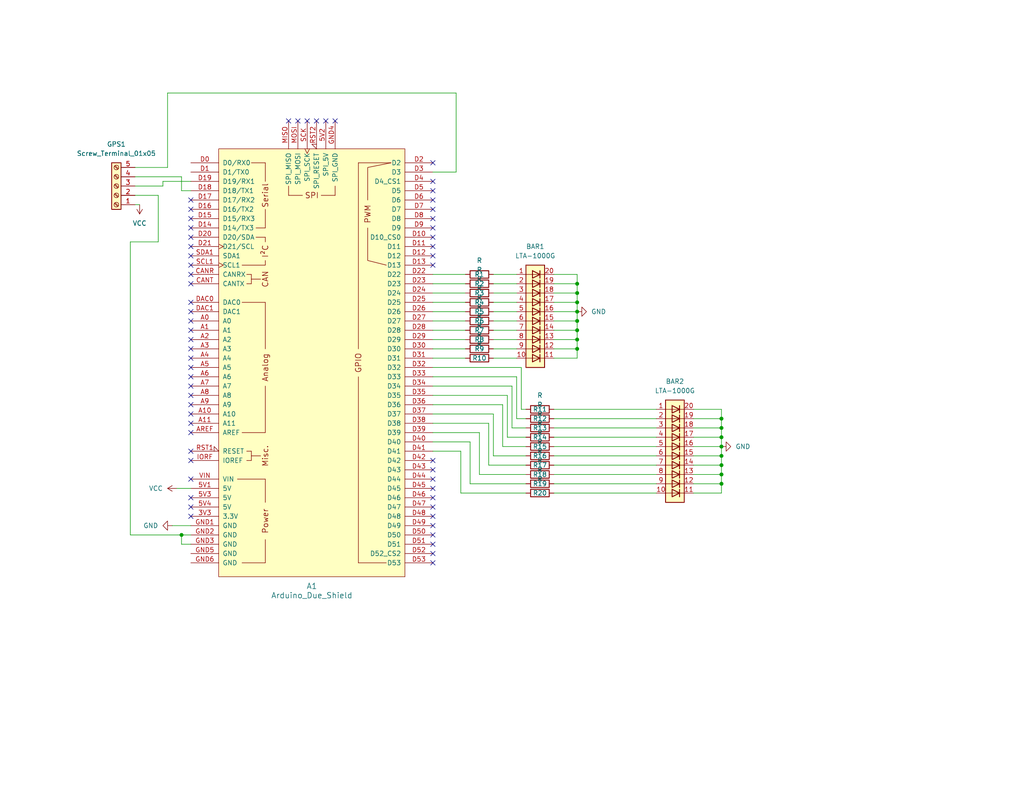
<source format=kicad_sch>
(kicad_sch (version 20230121) (generator eeschema)
  (paper "USLetter")
  (title_block (date "2024-01-15") (rev "1.1.0"))
  (lib_symbols
    (symbol "Connector:Screw_Terminal_01x05" (pin_names (offset 1.016) hide)
      (property "Reference" "J" (at 0 7.62 0))
      (property "Value" "Screw_Terminal_01x05" (at 0 -7.62 0))
      (symbol "Screw_Terminal_01x05_1_1"
        (rectangle (start -1.27 6.35) (end 1.27 -6.35) (stroke (width 0.254)) (fill (type background)))
        (circle (center 0 -5.08) (radius 0.635) (stroke (width 0.1524)))
        (circle (center 0 -2.54) (radius 0.635) (stroke (width 0.1524)))
        (polyline (pts (xy -0.5334 -4.7498) (xy 0.3302 -5.588)) (stroke (width 0.1524)))
        (polyline (pts (xy -0.5334 -2.2098) (xy 0.3302 -3.048)) (stroke (width 0.1524)))
        (polyline (pts (xy -0.5334 0.3302) (xy 0.3302 -0.508)) (stroke (width 0.1524)))
        (polyline (pts (xy -0.5334 2.8702) (xy 0.3302 2.032)) (stroke (width 0.1524)))
        (polyline (pts (xy -0.5334 5.4102) (xy 0.3302 4.572)) (stroke (width 0.1524)))
        (polyline (pts (xy -0.3556 -4.572) (xy 0.508 -5.4102)) (stroke (width 0.1524)))
        (polyline (pts (xy -0.3556 -2.032) (xy 0.508 -2.8702)) (stroke (width 0.1524)))
        (polyline (pts (xy -0.3556 0.508) (xy 0.508 -0.3302)) (stroke (width 0.1524)))
        (polyline (pts (xy -0.3556 3.048) (xy 0.508 2.2098)) (stroke (width 0.1524)))
        (polyline (pts (xy -0.3556 5.588) (xy 0.508 4.7498)) (stroke (width 0.1524)))
        (circle (center 0 0) (radius 0.635) (stroke (width 0.1524)))
        (circle (center 0 2.54) (radius 0.635) (stroke (width 0.1524)))
        (circle (center 0 5.08) (radius 0.635) (stroke (width 0.1524)))
        (pin passive line (at -5.08 5.08 0) (length 3.81) (name "Pin_1") (number "1"))
        (pin passive line (at -5.08 2.54 0) (length 3.81) (name "Pin_2") (number "2"))
        (pin passive line (at -5.08 0 0) (length 3.81) (name "Pin_3") (number "3"))
        (pin passive line (at -5.08 -2.54 0) (length 3.81) (name "Pin_4") (number "4"))
        (pin passive line (at -5.08 -5.08 0) (length 3.81) (name "Pin_5") (number "5"))
      )
    )
    (symbol "Device:R" (pin_numbers hide) (pin_names (offset 0))
      (property "Reference" "R" (at 2.032 0 90))
      (property "Value" "R" (at 0 0 90))
      (symbol "R_0_1"
        (rectangle (start -1.016 -2.54) (end 1.016 2.54) (stroke (width 0.254)))
      )
      (symbol "R_1_1"
        (pin passive line (at 0 3.81 270) (length 1.27) (name "~") (number "1"))
        (pin passive line (at 0 -3.81 90) (length 1.27) (name "~") (number "2"))
      )
    )
    (symbol "LED:HDSP-4850_2" (pin_names (offset 1.016) hide)
      (property "Reference" "BAR" (at 0 15.24 0))
      (property "Value" "HDSP-4850_2" (at 0 -17.78 0))
      (symbol "HDSP-4850_2_0_1"
        (rectangle (start -2.54 12.7) (end 2.54 -15.24) (stroke (width 0.254)) (fill (type background)))
        (polyline (pts (xy -2.54 -12.7) (xy 2.54 -12.7)))
        (polyline (pts (xy -2.54 -10.16) (xy 2.54 -10.16)))
        (polyline (pts (xy -2.54 -7.62) (xy 2.54 -7.62)))
        (polyline (pts (xy -2.54 -5.08) (xy 2.54 -5.08)))
        (polyline (pts (xy -2.54 0) (xy 2.54 0)))
        (polyline (pts (xy -2.54 5.08) (xy 2.54 5.08)))
        (polyline (pts (xy -2.54 7.62) (xy 2.54 7.62)))
        (polyline (pts (xy -2.54 10.16) (xy 2.54 10.16)))
        (polyline (pts (xy 1.27 -11.684) (xy 1.27 -13.716)) (stroke (width 0.254)))
        (polyline (pts (xy 1.27 -9.144) (xy 1.27 -11.176)) (stroke (width 0.254)))
        (polyline (pts (xy 1.27 -6.604) (xy 1.27 -8.636)) (stroke (width 0.254)))
        (polyline (pts (xy 1.27 -4.064) (xy 1.27 -6.096)) (stroke (width 0.254)))
        (polyline (pts (xy 1.27 -1.524) (xy 1.27 -3.556)) (stroke (width 0.254)))
        (polyline (pts (xy 1.27 1.016) (xy 1.27 -1.016)) (stroke (width 0.254)))
        (polyline (pts (xy 1.27 3.556) (xy 1.27 1.524)) (stroke (width 0.254)))
        (polyline (pts (xy 1.27 6.096) (xy 1.27 4.064)) (stroke (width 0.254)))
        (polyline (pts (xy 1.27 8.636) (xy 1.27 6.604)) (stroke (width 0.254)))
        (polyline (pts (xy 1.27 11.176) (xy 1.27 9.144)) (stroke (width 0.254)))
        (polyline (pts (xy 2.54 -2.54) (xy -2.54 -2.54)))
        (polyline (pts (xy 2.54 2.54) (xy -2.54 2.54)))
        (polyline (pts (xy -0.762 -11.684) (xy -0.762 -13.716) (xy 1.27 -12.7) (xy -0.762 -11.684)) (stroke (width 0.254)))
        (polyline (pts (xy -0.762 -9.144) (xy -0.762 -11.176) (xy 1.27 -10.16) (xy -0.762 -9.144)) (stroke (width 0.254)))
        (polyline (pts (xy -0.762 -6.604) (xy -0.762 -8.636) (xy 1.27 -7.62) (xy -0.762 -6.604)) (stroke (width 0.254)))
        (polyline (pts (xy -0.762 -4.064) (xy -0.762 -6.096) (xy 1.27 -5.08) (xy -0.762 -4.064)) (stroke (width 0.254)))
        (polyline (pts (xy -0.762 -1.524) (xy -0.762 -3.556) (xy 1.27 -2.54) (xy -0.762 -1.524)) (stroke (width 0.254)))
        (polyline (pts (xy -0.762 1.016) (xy -0.762 -1.016) (xy 1.27 0) (xy -0.762 1.016)) (stroke (width 0.254)))
        (polyline (pts (xy -0.762 3.556) (xy -0.762 1.524) (xy 1.27 2.54) (xy -0.762 3.556)) (stroke (width 0.254)))
        (polyline (pts (xy -0.762 6.096) (xy -0.762 4.064) (xy 1.27 5.08) (xy -0.762 6.096)) (stroke (width 0.254)))
        (polyline (pts (xy -0.762 8.636) (xy -0.762 6.604) (xy 1.27 7.62) (xy -0.762 8.636)) (stroke (width 0.254)))
        (polyline (pts (xy -0.762 11.176) (xy -0.762 9.144) (xy 1.27 10.16) (xy -0.762 11.176)) (stroke (width 0.254)))
      )
      (symbol "HDSP-4850_2_1_1"
        (pin passive line (at -5.08 10.16 0) (length 2.54) (name "A") (number "1"))
        (pin passive line (at -5.08 -12.7 0) (length 2.54) (name "A") (number "10"))
        (pin passive line (at 5.08 -12.7 180) (length 2.54) (name "K") (number "11"))
        (pin passive line (at 5.08 -10.16 180) (length 2.54) (name "K") (number "12"))
        (pin passive line (at 5.08 -7.62 180) (length 2.54) (name "K") (number "13"))
        (pin passive line (at 5.08 -5.08 180) (length 2.54) (name "K") (number "14"))
        (pin passive line (at 5.08 -2.54 180) (length 2.54) (name "K") (number "15"))
        (pin passive line (at 5.08 0 180) (length 2.54) (name "K") (number "16"))
        (pin passive line (at 5.08 2.54 180) (length 2.54) (name "K") (number "17"))
        (pin passive line (at 5.08 5.08 180) (length 2.54) (name "K") (number "18"))
        (pin passive line (at 5.08 7.62 180) (length 2.54) (name "K") (number "19"))
        (pin passive line (at -5.08 7.62 0) (length 2.54) (name "A") (number "2"))
        (pin passive line (at 5.08 10.16 180) (length 2.54) (name "K") (number "20"))
        (pin passive line (at -5.08 5.08 0) (length 2.54) (name "A") (number "3"))
        (pin passive line (at -5.08 2.54 0) (length 2.54) (name "A") (number "4"))
        (pin passive line (at -5.08 0 0) (length 2.54) (name "A") (number "5"))
        (pin passive line (at -5.08 -2.54 0) (length 2.54) (name "A") (number "6"))
        (pin passive line (at -5.08 -5.08 0) (length 2.54) (name "A") (number "7"))
        (pin passive line (at -5.08 -7.62 0) (length 2.54) (name "A") (number "8"))
        (pin passive line (at -5.08 -10.16 0) (length 2.54) (name "A") (number "9"))
      )
    )
    (symbol "PCM_arduino-library:Arduino_Due_Shield" (pin_names (offset 1.016))
      (property "Reference" "A" (at 0 -62.23 0))
      (property "Value" "Arduino_Due_Shield" (at 0 -66.04 0))
      (symbol "Arduino_Due_Shield_0_0"
        (rectangle (start -25.4 -58.42) (end 25.4 58.42) (fill (type background)))
        (rectangle (start -20.32 -31.75) (end -12.7 -31.75))
        (rectangle (start -19.05 -54.61) (end -12.7 -54.61))
        (rectangle (start -19.05 -19.05) (end -12.7 -19.05))
        (rectangle (start -19.05 16.51) (end -12.7 16.51))
        (rectangle (start -19.05 26.67) (end -12.7 26.67))
        (rectangle (start -17.78 -26.67) (end -16.51 -26.67))
        (rectangle (start -17.78 -24.13) (end -16.51 -24.13))
        (rectangle (start -17.78 21.59) (end -16.51 21.59))
        (rectangle (start -17.78 24.13) (end -16.51 24.13))
        (rectangle (start -16.51 -25.4) (end -13.97 -25.4))
        (rectangle (start -16.51 -24.13) (end -16.51 -26.67))
        (rectangle (start -16.51 22.86) (end -13.97 22.86))
        (rectangle (start -16.51 24.13) (end -16.51 21.59))
        (rectangle (start -16.51 54.61) (end -12.7 54.61))
        (rectangle (start -15.24 34.29) (end -12.7 34.29))
        (rectangle (start -15.24 36.83) (end -12.7 36.83))
        (rectangle (start -12.7 -54.61) (end -12.7 -48.26))
        (rectangle (start -12.7 -31.75) (end -12.7 -38.1))
        (rectangle (start -12.7 -6.35) (end -12.7 -19.05))
        (rectangle (start -12.7 16.51) (end -12.7 3.81))
        (rectangle (start -12.7 26.67) (end -12.7 27.94))
        (rectangle (start -12.7 34.29) (end -12.7 33.02))
        (rectangle (start -12.7 41.91) (end -12.7 36.83))
        (rectangle (start -12.7 49.53) (end -12.7 54.61))
        (rectangle (start -6.35 48.26) (end -6.35 45.72))
        (rectangle (start -2.54 45.72) (end -6.35 45.72))
        (polyline (pts (xy 12.7 -54.61) (xy 20.32 -54.61)))
        (polyline (pts (xy 21.59 54.61) (xy 12.7 54.61)))
        (polyline (pts (xy 15.24 44.45) (xy 15.24 53.34) (xy 21.59 54.61)))
        (polyline (pts (xy 20.32 26.67) (xy 15.24 27.94) (xy 15.24 36.83)))
        (rectangle (start 6.35 45.72) (end 2.54 45.72))
        (rectangle (start 6.35 48.26) (end 6.35 45.72))
        (text "Analog" (at -12.7 -1.27 900) (effects (font (size 1.524 1.524))))
        (text "CAN" (at -12.7 22.86 900) (effects (font (size 1.524 1.524))))
        (text "I²C" (at -12.7 30.48 900) (effects (font (size 1.524 1.524))))
        (text "Misc." (at -12.7 -25.4 900) (effects (font (size 1.524 1.524))))
        (text "Power" (at -12.7 -43.18 900) (effects (font (size 1.524 1.524))))
        (text "PWM" (at 15.24 40.64 900) (effects (font (size 1.524 1.524))))
        (text "Serial" (at -12.7 45.72 900) (effects (font (size 1.524 1.524))))
        (text "SPI" (at 0 45.72 0) (effects (font (size 1.524 1.524))))
      )
      (symbol "Arduino_Due_Shield_1_0"
        (rectangle (start 12.7 -54.61) (end 12.7 -3.81))
        (rectangle (start 12.7 54.61) (end 12.7 3.81))
        (text "GPIO" (at 12.7 0 900) (effects (font (size 1.524 1.524))))
      )
      (symbol "Arduino_Due_Shield_1_1"
        (pin power_out line (at -33.02 -41.91 0) (length 7.62) (name "3.3V") (number "3V3"))
        (pin power_in line (at -33.02 -34.29 0) (length 7.62) (name "5V") (number "5V1"))
        (pin power_in line (at 3.81 66.04 270) (length 7.62) (name "SPI_5V") (number "5V2"))
        (pin power_in line (at -33.02 -36.83 0) (length 7.62) (name "5V") (number "5V3"))
        (pin power_in line (at -33.02 -39.37 0) (length 7.62) (name "5V") (number "5V4"))
        (pin bidirectional line (at -33.02 11.43 0) (length 7.62) (name "A0") (number "A0"))
        (pin bidirectional line (at -33.02 8.89 0) (length 7.62) (name "A1") (number "A1"))
        (pin bidirectional line (at -33.02 -13.97 0) (length 7.62) (name "A10") (number "A10"))
        (pin bidirectional line (at -33.02 -16.51 0) (length 7.62) (name "A11") (number "A11"))
        (pin bidirectional line (at -33.02 6.35 0) (length 7.62) (name "A2") (number "A2"))
        (pin bidirectional line (at -33.02 3.81 0) (length 7.62) (name "A3") (number "A3"))
        (pin bidirectional line (at -33.02 1.27 0) (length 7.62) (name "A4") (number "A4"))
        (pin bidirectional line (at -33.02 -1.27 0) (length 7.62) (name "A5") (number "A5"))
        (pin bidirectional line (at -33.02 -3.81 0) (length 7.62) (name "A6") (number "A6"))
        (pin bidirectional line (at -33.02 -6.35 0) (length 7.62) (name "A7") (number "A7"))
        (pin bidirectional line (at -33.02 -8.89 0) (length 7.62) (name "A8") (number "A8"))
        (pin bidirectional line (at -33.02 -11.43 0) (length 7.62) (name "A9") (number "A9"))
        (pin input line (at -33.02 -19.05 0) (length 7.62) (name "AREF") (number "AREF"))
        (pin bidirectional line (at -33.02 24.13 0) (length 7.62) (name "CANRX") (number "CANR"))
        (pin bidirectional line (at -33.02 21.59 0) (length 7.62) (name "CANTX") (number "CANT"))
        (pin bidirectional line (at -33.02 54.61 0) (length 7.62) (name "D0/RX0") (number "D0"))
        (pin bidirectional line (at -33.02 52.07 0) (length 7.62) (name "D1/TX0") (number "D1"))
        (pin bidirectional line (at 33.02 34.29 180) (length 7.62) (name "D10_CS0") (number "D10"))
        (pin bidirectional line (at 33.02 31.75 180) (length 7.62) (name "D11") (number "D11"))
        (pin bidirectional line (at 33.02 29.21 180) (length 7.62) (name "D12") (number "D12"))
        (pin bidirectional line (at 33.02 26.67 180) (length 7.62) (name "D13") (number "D13"))
        (pin bidirectional line (at -33.02 36.83 0) (length 7.62) (name "D14/TX3") (number "D14"))
        (pin bidirectional line (at -33.02 39.37 0) (length 7.62) (name "D15/RX3") (number "D15"))
        (pin bidirectional line (at -33.02 41.91 0) (length 7.62) (name "D16/TX2") (number "D16"))
        (pin bidirectional line (at -33.02 44.45 0) (length 7.62) (name "D17/RX2") (number "D17"))
        (pin bidirectional line (at -33.02 46.99 0) (length 7.62) (name "D18/TX1") (number "D18"))
        (pin bidirectional line (at -33.02 49.53 0) (length 7.62) (name "D19/RX1") (number "D19"))
        (pin bidirectional line (at 33.02 54.61 180) (length 7.62) (name "D2") (number "D2"))
        (pin bidirectional line (at -33.02 34.29 0) (length 7.62) (name "D20/SDA") (number "D20"))
        (pin bidirectional clock (at -33.02 31.75 0) (length 7.62) (name "D21/SCL") (number "D21"))
        (pin bidirectional line (at 33.02 24.13 180) (length 7.62) (name "D22") (number "D22"))
        (pin bidirectional line (at 33.02 21.59 180) (length 7.62) (name "D23") (number "D23"))
        (pin bidirectional line (at 33.02 19.05 180) (length 7.62) (name "D24") (number "D24"))
        (pin bidirectional line (at 33.02 16.51 180) (length 7.62) (name "D25") (number "D25"))
        (pin bidirectional line (at 33.02 13.97 180) (length 7.62) (name "D26") (number "D26"))
        (pin bidirectional line (at 33.02 11.43 180) (length 7.62) (name "D27") (number "D27"))
        (pin bidirectional line (at 33.02 8.89 180) (length 7.62) (name "D28") (number "D28"))
        (pin bidirectional line (at 33.02 6.35 180) (length 7.62) (name "D29") (number "D29"))
        (pin bidirectional line (at 33.02 52.07 180) (length 7.62) (name "D3") (number "D3"))
        (pin bidirectional line (at 33.02 3.81 180) (length 7.62) (name "D30") (number "D30"))
        (pin bidirectional line (at 33.02 1.27 180) (length 7.62) (name "D31") (number "D31"))
        (pin bidirectional line (at 33.02 -1.27 180) (length 7.62) (name "D32") (number "D32"))
        (pin bidirectional line (at 33.02 -3.81 180) (length 7.62) (name "D33") (number "D33"))
        (pin bidirectional line (at 33.02 -6.35 180) (length 7.62) (name "D34") (number "D34"))
        (pin bidirectional line (at 33.02 -8.89 180) (length 7.62) (name "D35") (number "D35"))
        (pin bidirectional line (at 33.02 -11.43 180) (length 7.62) (name "D36") (number "D36"))
        (pin bidirectional line (at 33.02 -13.97 180) (length 7.62) (name "D37") (number "D37"))
        (pin bidirectional line (at 33.02 -16.51 180) (length 7.62) (name "D38") (number "D38"))
        (pin bidirectional line (at 33.02 -19.05 180) (length 7.62) (name "D39") (number "D39"))
        (pin bidirectional line (at 33.02 49.53 180) (length 7.62) (name "D4_CS1") (number "D4"))
        (pin bidirectional line (at 33.02 -21.59 180) (length 7.62) (name "D40") (number "D40"))
        (pin bidirectional line (at 33.02 -24.13 180) (length 7.62) (name "D41") (number "D41"))
        (pin bidirectional line (at 33.02 -26.67 180) (length 7.62) (name "D42") (number "D42"))
        (pin bidirectional line (at 33.02 -29.21 180) (length 7.62) (name "D43") (number "D43"))
        (pin bidirectional line (at 33.02 -31.75 180) (length 7.62) (name "D44") (number "D44"))
        (pin bidirectional line (at 33.02 -34.29 180) (length 7.62) (name "D45") (number "D45"))
        (pin bidirectional line (at 33.02 -36.83 180) (length 7.62) (name "D46") (number "D46"))
        (pin bidirectional line (at 33.02 -39.37 180) (length 7.62) (name "D47") (number "D47"))
        (pin bidirectional line (at 33.02 -41.91 180) (length 7.62) (name "D48") (number "D48"))
        (pin bidirectional line (at 33.02 -44.45 180) (length 7.62) (name "D49") (number "D49"))
        (pin bidirectional line (at 33.02 46.99 180) (length 7.62) (name "D5") (number "D5"))
        (pin bidirectional line (at 33.02 -46.99 180) (length 7.62) (name "D50") (number "D50"))
        (pin bidirectional line (at 33.02 -49.53 180) (length 7.62) (name "D51") (number "D51"))
        (pin bidirectional line (at 33.02 -52.07 180) (length 7.62) (name "D52_CS2") (number "D52"))
        (pin bidirectional line (at 33.02 -54.61 180) (length 7.62) (name "D53") (number "D53"))
        (pin bidirectional line (at 33.02 44.45 180) (length 7.62) (name "D6") (number "D6"))
        (pin bidirectional line (at 33.02 41.91 180) (length 7.62) (name "D7") (number "D7"))
        (pin bidirectional line (at 33.02 39.37 180) (length 7.62) (name "D8") (number "D8"))
        (pin bidirectional line (at 33.02 36.83 180) (length 7.62) (name "D9") (number "D9"))
        (pin bidirectional line (at -33.02 16.51 0) (length 7.62) (name "DAC0") (number "DAC0"))
        (pin bidirectional line (at -33.02 13.97 0) (length 7.62) (name "DAC1") (number "DAC1"))
        (pin power_in line (at -33.02 -44.45 0) (length 7.62) (name "GND") (number "GND1"))
        (pin power_in line (at -33.02 -46.99 0) (length 7.62) (name "GND") (number "GND2"))
        (pin power_in line (at -33.02 -49.53 0) (length 7.62) (name "GND") (number "GND3"))
        (pin power_in line (at 6.35 66.04 270) (length 7.62) (name "SPI_GND") (number "GND4"))
        (pin power_in line (at -33.02 -52.07 0) (length 7.62) (name "GND") (number "GND5"))
        (pin power_in line (at -33.02 -54.61 0) (length 7.62) (name "GND") (number "GND6"))
        (pin output line (at -33.02 -26.67 0) (length 7.62) (name "IOREF") (number "IORF"))
        (pin input line (at -6.35 66.04 270) (length 7.62) (name "SPI_MISO") (number "MISO"))
        (pin output line (at -3.81 66.04 270) (length 7.62) (name "SPI_MOSI") (number "MOSI"))
        (pin open_collector input_low (at -33.02 -24.13 0) (length 7.62) (name "RESET") (number "RST1"))
        (pin open_collector input_low (at 1.27 66.04 270) (length 7.62) (name "SPI_RESET") (number "RST2"))
        (pin output clock (at -1.27 66.04 270) (length 7.62) (name "SPI_SCK") (number "SCK"))
        (pin bidirectional clock (at -33.02 26.67 0) (length 7.62) (name "SCL1") (number "SCL1"))
        (pin bidirectional line (at -33.02 29.21 0) (length 7.62) (name "SDA1") (number "SDA1"))
        (pin power_in line (at -33.02 -31.75 0) (length 7.62) (name "VIN") (number "VIN"))
      )
    )
    (symbol "power:GND" (power) (pin_names (offset 0))
      (property "Value" "GND" (at 0 -3.81 0))
      (symbol "GND_0_1"
        (polyline (pts (xy 0 0) (xy 0 -1.27) (xy 1.27 -1.27) (xy 0 -2.54) (xy -1.27 -1.27) (xy 0 -1.27)))
      )
      (symbol "GND_1_1"
        (pin power_in line (at 0 0 270) (length 0) hide (name "GND") (number "1"))
      )
    )
    (symbol "power:VCC" (power) (pin_names (offset 0))
      (property "Value" "VCC" (at 0 3.81 0))
      (symbol "VCC_0_1"
        (polyline (pts (xy -0.762 1.27) (xy 0 2.54)))
        (polyline (pts (xy 0 0) (xy 0 2.54)))
        (polyline (pts (xy 0 2.54) (xy 0.762 1.27)))
      )
      (symbol "VCC_1_1"
        (pin power_in line (at 0 0 90) (length 0) hide (name "VCC") (number "1"))
      )
    )
  )
  (junction (at 196.85 129.54))
  (junction (at 49.53 146.05))
  (junction (at 196.85 121.92))
  (junction (at 196.85 124.46))
  (junction (at 196.85 114.3))
  (junction (at 196.85 119.38))
  (junction (at 157.48 80.01))
  (junction (at 196.85 132.08))
  (junction (at 157.48 77.47))
  (junction (at 157.48 90.17))
  (junction (at 196.85 127))
  (junction (at 157.48 82.55))
  (junction (at 157.48 87.63))
  (junction (at 157.48 95.25))
  (junction (at 157.48 92.71))
  (junction (at 157.48 85.09))
  (junction (at 196.85 116.84))
  (no_connect (at 118.11 143.51))
  (no_connect (at 52.07 85.09))
  (no_connect (at 52.07 95.25))
  (no_connect (at 118.11 69.85))
  (no_connect (at 118.11 148.59))
  (no_connect (at 78.74 33.02))
  (no_connect (at 118.11 138.43))
  (no_connect (at 118.11 72.39))
  (no_connect (at 52.07 115.57))
  (no_connect (at 52.07 90.17))
  (no_connect (at 118.11 125.73))
  (no_connect (at 52.07 72.39))
  (no_connect (at 52.07 59.69))
  (no_connect (at 118.11 54.61))
  (no_connect (at 118.11 140.97))
  (no_connect (at 52.07 130.81))
  (no_connect (at 118.11 67.31))
  (no_connect (at 88.9 33.02))
  (no_connect (at 83.82 33.02))
  (no_connect (at 52.07 138.43))
  (no_connect (at 52.07 54.61))
  (no_connect (at 52.07 123.19))
  (no_connect (at 52.07 113.03))
  (no_connect (at 118.11 64.77))
  (no_connect (at 118.11 151.13))
  (no_connect (at 52.07 97.79))
  (no_connect (at 52.07 77.47))
  (no_connect (at 52.07 69.85))
  (no_connect (at 118.11 44.45))
  (no_connect (at 52.07 135.89))
  (no_connect (at 52.07 100.33))
  (no_connect (at 86.36 33.02))
  (no_connect (at 52.07 57.15))
  (no_connect (at 118.11 130.81))
  (no_connect (at 52.07 105.41))
  (no_connect (at 118.11 133.35))
  (no_connect (at 52.07 107.95))
  (no_connect (at 118.11 135.89))
  (no_connect (at 52.07 64.77))
  (no_connect (at 52.07 62.23))
  (no_connect (at 118.11 49.53))
  (no_connect (at 118.11 62.23))
  (no_connect (at 118.11 153.67))
  (no_connect (at 118.11 128.27))
  (no_connect (at 52.07 110.49))
  (no_connect (at 52.07 74.93))
  (no_connect (at 81.28 33.02))
  (no_connect (at 118.11 57.15))
  (no_connect (at 91.44 33.02))
  (no_connect (at 52.07 102.87))
  (no_connect (at 52.07 82.55))
  (no_connect (at 52.07 118.11))
  (no_connect (at 52.07 92.71))
  (no_connect (at 118.11 59.69))
  (no_connect (at 52.07 87.63))
  (no_connect (at 52.07 140.97))
  (no_connect (at 118.11 52.07))
  (no_connect (at 52.07 125.73))
  (no_connect (at 52.07 67.31))
  (no_connect (at 118.11 146.05))
  (wire (pts (xy 118.11 77.47) (xy 127 77.47)))
  (wire (pts (xy 196.85 116.84) (xy 196.85 119.38)))
  (wire (pts (xy 134.62 90.17) (xy 140.97 90.17)))
  (wire (pts (xy 157.48 87.63) (xy 157.48 90.17)))
  (wire (pts (xy 52.07 146.05) (xy 49.53 146.05)))
  (wire (pts (xy 44.45 49.53) (xy 44.45 50.8)))
  (wire (pts (xy 133.35 115.57) (xy 133.35 127)))
  (wire (pts (xy 139.7 105.41) (xy 139.7 116.84)))
  (wire (pts (xy 133.35 127) (xy 143.51 127)))
  (wire (pts (xy 151.13 127) (xy 179.07 127)))
  (wire (pts (xy 151.13 116.84) (xy 179.07 116.84)))
  (wire (pts (xy 45.72 45.72) (xy 45.72 25.4)))
  (wire (pts (xy 36.83 48.26) (xy 49.53 48.26)))
  (wire (pts (xy 36.83 55.88) (xy 38.1 55.88)))
  (wire (pts (xy 151.13 82.55) (xy 157.48 82.55)))
  (wire (pts (xy 196.85 111.76) (xy 196.85 114.3)))
  (wire (pts (xy 49.53 146.05) (xy 49.53 148.59)))
  (wire (pts (xy 189.23 119.38) (xy 196.85 119.38)))
  (wire (pts (xy 125.73 123.19) (xy 125.73 134.62)))
  (wire (pts (xy 130.81 118.11) (xy 130.81 129.54)))
  (wire (pts (xy 151.13 74.93) (xy 157.48 74.93)))
  (wire (pts (xy 49.53 146.05) (xy 35.56 146.05)))
  (wire (pts (xy 118.11 46.99) (xy 124.46 46.99)))
  (wire (pts (xy 128.27 120.65) (xy 128.27 132.08)))
  (wire (pts (xy 151.13 119.38) (xy 179.07 119.38)))
  (wire (pts (xy 134.62 82.55) (xy 140.97 82.55)))
  (wire (pts (xy 151.13 121.92) (xy 179.07 121.92)))
  (wire (pts (xy 157.48 74.93) (xy 157.48 77.47)))
  (wire (pts (xy 151.13 95.25) (xy 157.48 95.25)))
  (wire (pts (xy 189.23 124.46) (xy 196.85 124.46)))
  (wire (pts (xy 138.43 119.38) (xy 143.51 119.38)))
  (wire (pts (xy 189.23 121.92) (xy 196.85 121.92)))
  (wire (pts (xy 151.13 114.3) (xy 179.07 114.3)))
  (wire (pts (xy 157.48 80.01) (xy 157.48 82.55)))
  (wire (pts (xy 134.62 92.71) (xy 140.97 92.71)))
  (wire (pts (xy 137.16 110.49) (xy 137.16 121.92)))
  (wire (pts (xy 49.53 148.59) (xy 52.07 148.59)))
  (wire (pts (xy 189.23 114.3) (xy 196.85 114.3)))
  (wire (pts (xy 196.85 119.38) (xy 196.85 121.92)))
  (wire (pts (xy 118.11 113.03) (xy 134.62 113.03)))
  (wire (pts (xy 151.13 85.09) (xy 157.48 85.09)))
  (wire (pts (xy 151.13 97.79) (xy 157.48 97.79)))
  (wire (pts (xy 130.81 129.54) (xy 143.51 129.54)))
  (wire (pts (xy 151.13 124.46) (xy 179.07 124.46)))
  (wire (pts (xy 118.11 85.09) (xy 127 85.09)))
  (wire (pts (xy 157.48 92.71) (xy 157.48 95.25)))
  (wire (pts (xy 118.11 87.63) (xy 127 87.63)))
  (wire (pts (xy 151.13 111.76) (xy 179.07 111.76)))
  (wire (pts (xy 49.53 52.07) (xy 52.07 52.07)))
  (wire (pts (xy 118.11 120.65) (xy 128.27 120.65)))
  (wire (pts (xy 151.13 90.17) (xy 157.48 90.17)))
  (wire (pts (xy 151.13 92.71) (xy 157.48 92.71)))
  (wire (pts (xy 36.83 45.72) (xy 45.72 45.72)))
  (wire (pts (xy 118.11 92.71) (xy 127 92.71)))
  (wire (pts (xy 196.85 127) (xy 196.85 124.46)))
  (wire (pts (xy 125.73 134.62) (xy 143.51 134.62)))
  (wire (pts (xy 151.13 87.63) (xy 157.48 87.63)))
  (wire (pts (xy 46.99 143.51) (xy 52.07 143.51)))
  (wire (pts (xy 134.62 113.03) (xy 134.62 124.46)))
  (wire (pts (xy 118.11 90.17) (xy 127 90.17)))
  (wire (pts (xy 43.18 66.04) (xy 43.18 53.34)))
  (wire (pts (xy 151.13 77.47) (xy 157.48 77.47)))
  (wire (pts (xy 118.11 115.57) (xy 133.35 115.57)))
  (wire (pts (xy 134.62 95.25) (xy 140.97 95.25)))
  (wire (pts (xy 189.23 129.54) (xy 196.85 129.54)))
  (wire (pts (xy 138.43 107.95) (xy 138.43 119.38)))
  (wire (pts (xy 196.85 129.54) (xy 196.85 127)))
  (wire (pts (xy 142.24 111.76) (xy 143.51 111.76)))
  (wire (pts (xy 35.56 66.04) (xy 43.18 66.04)))
  (wire (pts (xy 151.13 80.01) (xy 157.48 80.01)))
  (wire (pts (xy 157.48 77.47) (xy 157.48 80.01)))
  (wire (pts (xy 36.83 53.34) (xy 43.18 53.34)))
  (wire (pts (xy 124.46 25.4) (xy 124.46 46.99)))
  (wire (pts (xy 118.11 82.55) (xy 127 82.55)))
  (wire (pts (xy 36.83 50.8) (xy 44.45 50.8)))
  (wire (pts (xy 134.62 87.63) (xy 140.97 87.63)))
  (wire (pts (xy 139.7 116.84) (xy 143.51 116.84)))
  (wire (pts (xy 196.85 114.3) (xy 196.85 116.84)))
  (wire (pts (xy 118.11 102.87) (xy 140.97 102.87)))
  (wire (pts (xy 189.23 111.76) (xy 196.85 111.76)))
  (wire (pts (xy 157.48 95.25) (xy 157.48 97.79)))
  (wire (pts (xy 134.62 74.93) (xy 140.97 74.93)))
  (wire (pts (xy 128.27 132.08) (xy 143.51 132.08)))
  (wire (pts (xy 134.62 80.01) (xy 140.97 80.01)))
  (wire (pts (xy 137.16 121.92) (xy 143.51 121.92)))
  (wire (pts (xy 118.11 100.33) (xy 142.24 100.33)))
  (wire (pts (xy 118.11 80.01) (xy 127 80.01)))
  (wire (pts (xy 118.11 118.11) (xy 130.81 118.11)))
  (wire (pts (xy 151.13 134.62) (xy 179.07 134.62)))
  (wire (pts (xy 189.23 116.84) (xy 196.85 116.84)))
  (wire (pts (xy 157.48 82.55) (xy 157.48 85.09)))
  (wire (pts (xy 118.11 123.19) (xy 125.73 123.19)))
  (wire (pts (xy 35.56 146.05) (xy 35.56 66.04)))
  (wire (pts (xy 189.23 132.08) (xy 196.85 132.08)))
  (wire (pts (xy 118.11 105.41) (xy 139.7 105.41)))
  (wire (pts (xy 118.11 110.49) (xy 137.16 110.49)))
  (wire (pts (xy 140.97 114.3) (xy 143.51 114.3)))
  (wire (pts (xy 134.62 97.79) (xy 140.97 97.79)))
  (wire (pts (xy 118.11 74.93) (xy 127 74.93)))
  (wire (pts (xy 48.26 133.35) (xy 52.07 133.35)))
  (wire (pts (xy 151.13 129.54) (xy 179.07 129.54)))
  (wire (pts (xy 157.48 90.17) (xy 157.48 92.71)))
  (wire (pts (xy 140.97 102.87) (xy 140.97 114.3)))
  (wire (pts (xy 134.62 77.47) (xy 140.97 77.47)))
  (wire (pts (xy 52.07 49.53) (xy 44.45 49.53)))
  (wire (pts (xy 189.23 134.62) (xy 196.85 134.62)))
  (wire (pts (xy 118.11 95.25) (xy 127 95.25)))
  (wire (pts (xy 151.13 132.08) (xy 179.07 132.08)))
  (wire (pts (xy 49.53 48.26) (xy 49.53 52.07)))
  (wire (pts (xy 134.62 124.46) (xy 143.51 124.46)))
  (wire (pts (xy 134.62 85.09) (xy 140.97 85.09)))
  (wire (pts (xy 118.11 107.95) (xy 138.43 107.95)))
  (wire (pts (xy 189.23 127) (xy 196.85 127)))
  (wire (pts (xy 196.85 124.46) (xy 196.85 121.92)))
  (wire (pts (xy 196.85 134.62) (xy 196.85 132.08)))
  (wire (pts (xy 196.85 132.08) (xy 196.85 129.54)))
  (wire (pts (xy 157.48 85.09) (xy 157.48 87.63)))
  (wire (pts (xy 142.24 100.33) (xy 142.24 111.76)))
  (wire (pts (xy 118.11 97.79) (xy 127 97.79)))
  (wire (pts (xy 45.72 25.4) (xy 124.46 25.4)))
  (symbol (lib_id "Device:R") (at 130.81 90.17 90) (unit 1)
    (property "Reference" "R7" (at 130.81 90.17 90))
    (property "Value" "R" (at 130.81 86.36 90))
    (property "Footprint" "Resistor_SMD:R_0805_2012Metric" (effects hide))
  )
  (symbol (lib_id "power:VCC") (at 48.26 133.35 90) (unit 1)
    (property "Reference" "#PWR04" (effects hide))
    (property "Value" "VCC" (at 44.45 133.35 90) (effects (justify left)))
  )
  (symbol (lib_id "Device:R") (at 130.81 82.55 90) (unit 1)
    (property "Reference" "R4" (at 130.81 82.55 90))
    (property "Value" "R" (at 130.81 78.74 90))
    (property "Footprint" "Resistor_SMD:R_0805_2012Metric" (effects hide))
  )
  (symbol (lib_id "power:GND") (at 196.85 121.92 90) (unit 1)
    (property "Reference" "#PWR01" (effects hide))
    (property "Value" "GND" (at 200.66 121.92 90) (effects (justify right)))
  )
  (symbol (lib_id "Device:R") (at 147.32 124.46 90) (unit 1)
    (property "Reference" "R16" (at 147.32 124.46 90))
    (property "Value" "R" (at 147.32 120.65 90))
    (property "Footprint" "Resistor_SMD:R_0805_2012Metric" (effects hide))
  )
  (symbol (lib_id "Device:R") (at 147.32 121.92 90) (unit 1)
    (property "Reference" "R15" (at 147.32 121.92 90))
    (property "Value" "R" (at 147.32 118.11 90))
    (property "Footprint" "Resistor_SMD:R_0805_2012Metric" (effects hide))
  )
  (symbol (lib_id "PCM_arduino-library:Arduino_Due_Shield") (at 85.09 99.06 0) (unit 1)
    (property "Reference" "A1" (at 85.09 160.02 0) (effects (font (size 1.524 1.524))))
    (property "Value" "Arduino_Due_Shield" (at 85.09 162.56 0) (effects (font (size 1.524 1.524))))
    (property "Footprint" "PCM_arduino-library:Arduino_Due_Shield" (effects hide))
    (property "Datasheet" "https://docs.arduino.cc/hardware/due" (effects hide))
  )
  (symbol (lib_id "Device:R") (at 147.32 134.62 90) (unit 1)
    (property "Reference" "R20" (at 147.32 134.62 90))
    (property "Value" "R" (at 147.32 130.81 90))
    (property "Footprint" "Resistor_SMD:R_0805_2012Metric" (effects hide))
  )
  (symbol (lib_id "Device:R") (at 147.32 132.08 90) (unit 1)
    (property "Reference" "R19" (at 147.32 132.08 90))
    (property "Value" "R" (at 147.32 128.27 90))
    (property "Footprint" "Resistor_SMD:R_0805_2012Metric" (effects hide))
  )
  (symbol (lib_id "LED:HDSP-4850_2") (at 184.15 121.92 0) (unit 1)
    (property "Reference" "BAR2" (at 184.15 104.14 0))
    (property "Value" "LTA-1000G" (at 184.15 106.68 0))
    (property "Footprint" "Display:HDSP-4850" (effects hide))
    (property "Datasheet" "https://docs.broadcom.com/docs/AV02-1798EN" (effects hide))
  )
  (symbol (lib_id "Device:R") (at 130.81 87.63 90) (unit 1)
    (property "Reference" "R6" (at 130.81 87.63 90))
    (property "Value" "R" (at 130.81 83.82 90))
    (property "Footprint" "Resistor_SMD:R_0805_2012Metric" (effects hide))
  )
  (symbol (lib_id "power:GND") (at 46.99 143.51 270) (unit 1)
    (property "Reference" "#PWR05" (effects hide))
    (property "Value" "GND" (at 43.18 143.51 90) (effects (justify right)))
  )
  (symbol (lib_id "Device:R") (at 147.32 111.76 90) (unit 1)
    (property "Reference" "R11" (at 147.32 111.76 90))
    (property "Value" "R" (at 147.32 107.95 90))
    (property "Footprint" "Resistor_SMD:R_0805_2012Metric" (effects hide))
  )
  (symbol (lib_id "LED:HDSP-4850_2") (at 146.05 85.09 0) (unit 1)
    (property "Reference" "BAR1" (at 146.05 67.31 0))
    (property "Value" "LTA-1000G" (at 146.05 69.85 0))
    (property "Footprint" "Display:HDSP-4850" (effects hide))
    (property "Datasheet" "https://docs.broadcom.com/docs/AV02-1798EN" (effects hide))
  )
  (symbol (lib_id "Device:R") (at 130.81 97.79 90) (unit 1)
    (property "Reference" "R10" (at 130.81 97.79 90))
    (property "Value" "R" (at 130.81 93.98 90))
    (property "Footprint" "Resistor_SMD:R_0805_2012Metric" (effects hide))
  )
  (symbol (lib_id "Device:R") (at 130.81 80.01 90) (unit 1)
    (property "Reference" "R3" (at 130.81 80.01 90))
    (property "Value" "R" (at 130.81 76.2 90))
    (property "Footprint" "Resistor_SMD:R_0805_2012Metric" (effects hide))
  )
  (symbol (lib_id "Device:R") (at 130.81 77.47 90) (unit 1)
    (property "Reference" "R2" (at 130.81 77.47 90))
    (property "Value" "R" (at 130.81 73.66 90))
    (property "Footprint" "Resistor_SMD:R_0805_2012Metric" (effects hide))
  )
  (symbol (lib_id "power:VCC") (at 38.1 55.88 180) (unit 1)
    (property "Reference" "#PWR03" (effects hide))
    (property "Value" "VCC" (at 38.1 60.96 0))
  )
  (symbol (lib_id "Device:R") (at 147.32 129.54 90) (unit 1)
    (property "Reference" "R18" (at 147.32 129.54 90))
    (property "Value" "R" (at 147.32 125.73 90))
    (property "Footprint" "Resistor_SMD:R_0805_2012Metric" (effects hide))
  )
  (symbol (lib_id "power:GND") (at 157.48 85.09 90) (unit 1)
    (property "Reference" "#PWR06" (effects hide))
    (property "Value" "GND" (at 161.29 85.09 90) (effects (justify right)))
  )
  (symbol (lib_id "Device:R") (at 130.81 92.71 90) (unit 1)
    (property "Reference" "R8" (at 130.81 92.71 90))
    (property "Value" "R" (at 130.81 88.9 90))
    (property "Footprint" "Resistor_SMD:R_0805_2012Metric" (effects hide))
  )
  (symbol (lib_id "Device:R") (at 147.32 127 90) (unit 1)
    (property "Reference" "R17" (at 147.32 127 90))
    (property "Value" "R" (at 147.32 123.19 90))
    (property "Footprint" "Resistor_SMD:R_0805_2012Metric" (effects hide))
  )
  (symbol (lib_id "Device:R") (at 147.32 116.84 90) (unit 1)
    (property "Reference" "R13" (at 147.32 116.84 90))
    (property "Value" "R" (at 147.32 113.03 90))
    (property "Footprint" "Resistor_SMD:R_0805_2012Metric" (effects hide))
  )
  (symbol (lib_id "Device:R") (at 130.81 85.09 90) (unit 1)
    (property "Reference" "R5" (at 130.81 85.09 90))
    (property "Value" "R" (at 130.81 81.28 90))
    (property "Footprint" "Resistor_SMD:R_0805_2012Metric" (effects hide))
  )
  (symbol (lib_id "Device:R") (at 130.81 95.25 90) (unit 1)
    (property "Reference" "R9" (at 130.81 95.25 90))
    (property "Value" "R" (at 130.81 91.44 90))
    (property "Footprint" "Resistor_SMD:R_0805_2012Metric" (effects hide))
  )
  (symbol (lib_id "Device:R") (at 147.32 114.3 90) (unit 1)
    (property "Reference" "R12" (at 147.32 114.3 90))
    (property "Value" "R" (at 147.32 110.49 90))
    (property "Footprint" "Resistor_SMD:R_0805_2012Metric" (effects hide))
  )
  (symbol (lib_id "Device:R") (at 130.81 74.93 90) (unit 1)
    (property "Reference" "R1" (at 130.81 74.93 90))
    (property "Value" "R" (at 130.81 71.12 90))
    (property "Footprint" "Resistor_SMD:R_0805_2012Metric" (effects hide))
  )
  (symbol (lib_id "Device:R") (at 147.32 119.38 90) (unit 1)
    (property "Reference" "R14" (at 147.32 119.38 90))
    (property "Value" "R" (at 147.32 115.57 90))
    (property "Footprint" "Resistor_SMD:R_0805_2012Metric" (effects hide))
  )
  (symbol (lib_id "Connector:Screw_Terminal_01x05") (at 31.75 50.8 180) (unit 1)
    (property "Reference" "GPS1" (at 31.75 39.37 0))
    (property "Value" "Screw_Terminal_01x05" (at 31.75 41.91 0))
    (property "Footprint" "Connector_PinHeader_2.54mm:PinHeader_1x05_P2.54mm_Vertical" (effects hide))
  )
)
</source>
